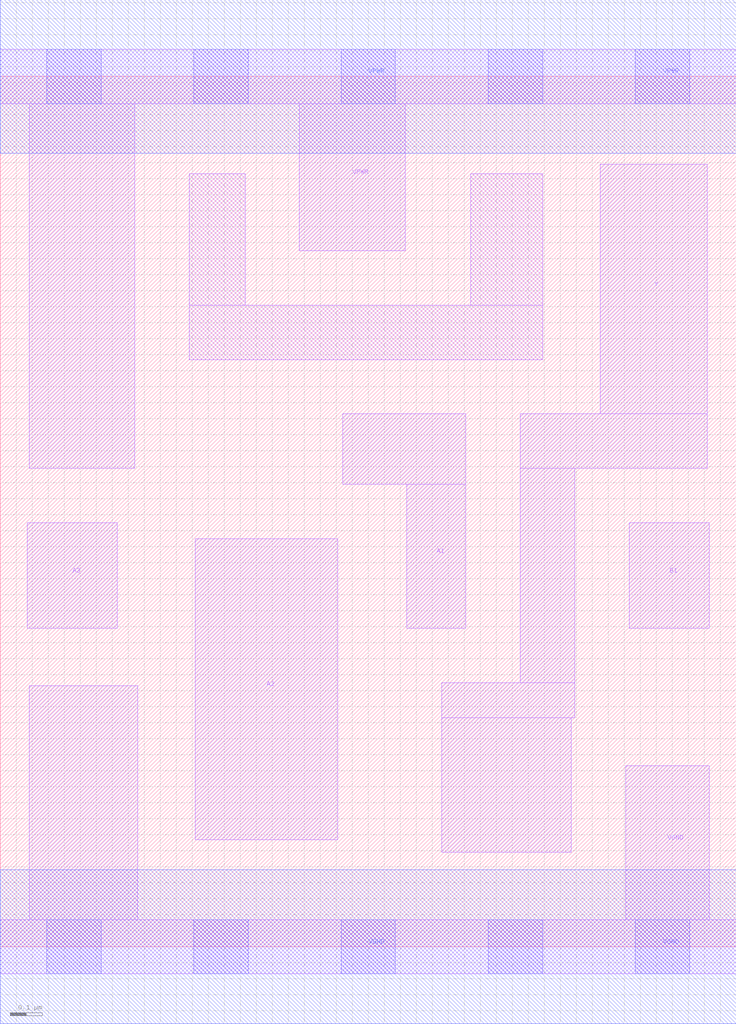
<source format=lef>
# Copyright 2020 The SkyWater PDK Authors
#
# Licensed under the Apache License, Version 2.0 (the "License");
# you may not use this file except in compliance with the License.
# You may obtain a copy of the License at
#
#     https://www.apache.org/licenses/LICENSE-2.0
#
# Unless required by applicable law or agreed to in writing, software
# distributed under the License is distributed on an "AS IS" BASIS,
# WITHOUT WARRANTIES OR CONDITIONS OF ANY KIND, either express or implied.
# See the License for the specific language governing permissions and
# limitations under the License.
#
# SPDX-License-Identifier: Apache-2.0

VERSION 5.7 ;
  NAMESCASESENSITIVE ON ;
  NOWIREEXTENSIONATPIN ON ;
  DIVIDERCHAR "/" ;
  BUSBITCHARS "[]" ;
UNITS
  DATABASE MICRONS 200 ;
END UNITS
MACRO sky130_fd_sc_hd__a31oi_1
  CLASS CORE ;
  SOURCE USER ;
  FOREIGN sky130_fd_sc_hd__a31oi_1 ;
  ORIGIN  0.000000  0.000000 ;
  SIZE  2.300000 BY  2.720000 ;
  SYMMETRY X Y R90 ;
  SITE unithd ;
  PIN A1
    ANTENNAGATEAREA  0.247500 ;
    DIRECTION INPUT ;
    USE SIGNAL ;
    PORT
      LAYER li1 ;
        RECT 1.070000 1.445000 1.455000 1.665000 ;
        RECT 1.270000 0.995000 1.455000 1.445000 ;
    END
  END A1
  PIN A2
    ANTENNAGATEAREA  0.247500 ;
    DIRECTION INPUT ;
    USE SIGNAL ;
    PORT
      LAYER li1 ;
        RECT 0.610000 0.335000 1.055000 1.275000 ;
    END
  END A2
  PIN A3
    ANTENNAGATEAREA  0.247500 ;
    DIRECTION INPUT ;
    USE SIGNAL ;
    PORT
      LAYER li1 ;
        RECT 0.085000 0.995000 0.365000 1.325000 ;
    END
  END A3
  PIN B1
    ANTENNAGATEAREA  0.247500 ;
    DIRECTION INPUT ;
    USE SIGNAL ;
    PORT
      LAYER li1 ;
        RECT 1.965000 0.995000 2.215000 1.325000 ;
    END
  END B1
  PIN Y
    ANTENNADIFFAREA  0.481250 ;
    DIRECTION OUTPUT ;
    USE SIGNAL ;
    PORT
      LAYER li1 ;
        RECT 1.380000 0.295000 1.785000 0.715000 ;
        RECT 1.380000 0.715000 1.795000 0.825000 ;
        RECT 1.625000 0.825000 1.795000 1.495000 ;
        RECT 1.625000 1.495000 2.210000 1.665000 ;
        RECT 1.875000 1.665000 2.210000 2.445000 ;
    END
  END Y
  PIN VGND
    DIRECTION INOUT ;
    SHAPE ABUTMENT ;
    USE GROUND ;
    PORT
      LAYER li1 ;
        RECT 0.000000 -0.085000 2.300000 0.085000 ;
        RECT 0.090000  0.085000 0.430000 0.815000 ;
        RECT 1.955000  0.085000 2.215000 0.565000 ;
      LAYER mcon ;
        RECT 0.145000 -0.085000 0.315000 0.085000 ;
        RECT 0.605000 -0.085000 0.775000 0.085000 ;
        RECT 1.065000 -0.085000 1.235000 0.085000 ;
        RECT 1.525000 -0.085000 1.695000 0.085000 ;
        RECT 1.985000 -0.085000 2.155000 0.085000 ;
      LAYER met1 ;
        RECT 0.000000 -0.240000 2.300000 0.240000 ;
    END
  END VGND
  PIN VPWR
    DIRECTION INOUT ;
    SHAPE ABUTMENT ;
    USE POWER ;
    PORT
      LAYER li1 ;
        RECT 0.000000 2.635000 2.300000 2.805000 ;
        RECT 0.090000 1.495000 0.420000 2.635000 ;
        RECT 0.935000 2.175000 1.265000 2.635000 ;
      LAYER mcon ;
        RECT 0.145000 2.635000 0.315000 2.805000 ;
        RECT 0.605000 2.635000 0.775000 2.805000 ;
        RECT 1.065000 2.635000 1.235000 2.805000 ;
        RECT 1.525000 2.635000 1.695000 2.805000 ;
        RECT 1.985000 2.635000 2.155000 2.805000 ;
      LAYER met1 ;
        RECT 0.000000 2.480000 2.300000 2.960000 ;
    END
  END VPWR
  OBS
    LAYER li1 ;
      RECT 0.590000 1.835000 1.695000 2.005000 ;
      RECT 0.590000 2.005000 0.765000 2.415000 ;
      RECT 1.470000 2.005000 1.695000 2.415000 ;
  END
END sky130_fd_sc_hd__a31oi_1
END LIBRARY

</source>
